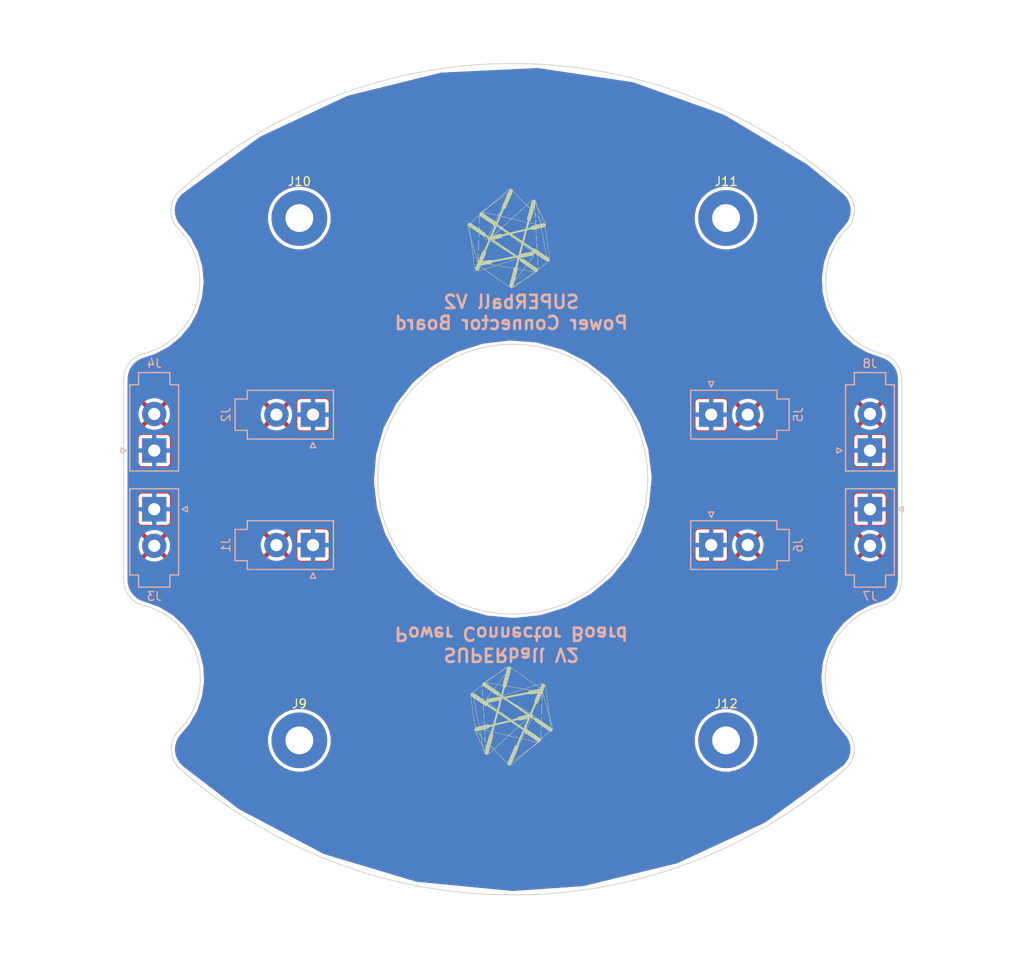
<source format=kicad_pcb>
(kicad_pcb (version 4) (host pcbnew 4.0.6)
  (layers (0 F.Cu signal) (1 In1.Cu power hide) (2 In2.Cu power hide) (31 B.Cu signal) (34 B.Paste user) (35 F.Paste user) (36 B.SilkS user) (37 F.SilkS user) (38 B.Mask user) (39 F.Mask user) (44 Edge.Cuts user))
  (net 0 "")
  (net 1 "Net-(J1-Pad1)")
  (net 2 "Net-(J1-Pad2)")
  (net 3 "Net-(J9-Pad1)")
  (net 4 "Net-(J10-Pad1)")
  (net 5 "Net-(J11-Pad1)")
  (net 6 "Net-(J12-Pad1)")
  (module logo:logo (layer F.Cu) (at 153.162 137.922 180)
    (fp_text reference logo hide)
    (fp_text value "" (at 0 0 180) (layer F.SilkS))
  )
  (module logo:logo (layer F.Cu) (at 143.256 71.628)
    (fp_text reference logo hide)
    (fp_text value "" (at 0 0) (layer F.SilkS))
  )
  (module Mounting_Holes:MountingHole_3.2mm_M3_Pad (layer F.Cu) (at 124.0011 135.0036)
    (fp_text reference J9 (at 0 -4.2) (layer F.SilkS))
    (fp_text value CONN_01X01)
    (pad 1 thru_hole circle (at 0 0) (size 6.4 6.4) (drill 3.2) (layers *.Cu *.Mask) (net 3 "Net-(J9-Pad1)"))
  )
  (module Mounting_Holes:MountingHole_3.2mm_M3_Pad (layer F.Cu) (at 124.0011 75.0036)
    (fp_text reference J10 (at 0 -4.2) (layer F.SilkS))
    (fp_text value CONN_01X01)
    (pad 1 thru_hole circle (at 0 0) (size 6.4 6.4) (drill 3.2) (layers *.Cu *.Mask) (net 4 "Net-(J10-Pad1)"))
  )
  (module Mounting_Holes:MountingHole_3.2mm_M3_Pad (layer F.Cu) (at 173.0011 75.0036)
    (fp_text reference J11 (at 0 -4.2) (layer F.SilkS))
    (fp_text value CONN_01X01)
    (pad 1 thru_hole circle (at 0 0) (size 6.4 6.4) (drill 3.2) (layers *.Cu *.Mask) (net 5 "Net-(J11-Pad1)"))
  )
  (module Mounting_Holes:MountingHole_3.2mm_M3_Pad (layer F.Cu) (at 173.0011 135.0036)
    (fp_text reference J12 (at 0 -4.2) (layer F.SilkS))
    (fp_text value CONN_01X01)
    (pad 1 thru_hole circle (at 0 0) (size 6.4 6.4) (drill 3.2) (layers *.Cu *.Mask) (net 6 "Net-(J12-Pad1)"))
  )
  (module correct_molex:Molex_MiniFit-JR-5556-02A_2x01x4.20mm_Straight (layer B.Cu) (at 125.5694 112.574576 90)
    (fp_text reference J1 (at 0 -10 90) (layer B.SilkS) (effects (justify mirror)))
    (fp_text value vert_miniFit_jr)
    (pad 1 thru_hole rect (at 0 0 90) (size 2.8 2.8) (drill 1.4) (layers *.Cu *.Mask) (net 1 "Net-(J1-Pad1)"))
    (pad 2 thru_hole circle (at 0 -4.2 90) (size 2.8 2.8) (drill 1.4) (layers *.Cu *.Mask) (net 2 "Net-(J1-Pad2)"))
  )
  (module correct_molex:Molex_MiniFit-JR-5556-02A_2x01x4.20mm_Straight (layer B.Cu) (at 125.5694 97.588576 90)
    (fp_text reference J2 (at 0 -10 90) (layer B.SilkS) (effects (justify mirror)))
    (fp_text value vert_miniFit_jr)
    (pad 1 thru_hole rect (at 0 0 90) (size 2.8 2.8) (drill 1.4) (layers *.Cu *.Mask) (net 1 "Net-(J1-Pad1)"))
    (pad 2 thru_hole circle (at 0 -4.2 90) (size 2.8 2.8) (drill 1.4) (layers *.Cu *.Mask) (net 2 "Net-(J1-Pad2)"))
  )
  (module correct_molex:Molex_MiniFit-JR-5556-02A_2x01x4.20mm_Straight (layer B.Cu) (at 107.3404 108.4548 180)
    (fp_text reference J3 (at 0 -10 180) (layer B.SilkS) (effects (justify mirror)))
    (fp_text value vert_miniFit_jr)
    (pad 1 thru_hole rect (at 0 0 180) (size 2.8 2.8) (drill 1.4) (layers *.Cu *.Mask) (net 1 "Net-(J1-Pad1)"))
    (pad 2 thru_hole circle (at 0 -4.2 180) (size 2.8 2.8) (drill 1.4) (layers *.Cu *.Mask) (net 2 "Net-(J1-Pad2)"))
  )
  (module correct_molex:Molex_MiniFit-JR-5556-02A_2x01x4.20mm_Straight (layer B.Cu) (at 107.3404 101.7104)
    (fp_text reference J4 (at 0 -10) (layer B.SilkS) (effects (justify mirror)))
    (fp_text value vert_miniFit_jr)
    (pad 1 thru_hole rect (at 0 0) (size 2.8 2.8) (drill 1.4) (layers *.Cu *.Mask) (net 1 "Net-(J1-Pad1)"))
    (pad 2 thru_hole circle (at 0 -4.2) (size 2.8 2.8) (drill 1.4) (layers *.Cu *.Mask) (net 2 "Net-(J1-Pad2)"))
  )
  (module correct_molex:Molex_MiniFit-JR-5556-02A_2x01x4.20mm_Straight (layer B.Cu) (at 171.2894 97.588576 270)
    (fp_text reference J5 (at 0 -10 270) (layer B.SilkS) (effects (justify mirror)))
    (fp_text value vert_miniFit_jr)
    (pad 1 thru_hole rect (at 0 0 270) (size 2.8 2.8) (drill 1.4) (layers *.Cu *.Mask) (net 1 "Net-(J1-Pad1)"))
    (pad 2 thru_hole circle (at 0 -4.2 270) (size 2.8 2.8) (drill 1.4) (layers *.Cu *.Mask) (net 2 "Net-(J1-Pad2)"))
  )
  (module correct_molex:Molex_MiniFit-JR-5556-02A_2x01x4.20mm_Straight (layer B.Cu) (at 171.2894 112.574576 270)
    (fp_text reference J6 (at 0 -10 270) (layer B.SilkS) (effects (justify mirror)))
    (fp_text value vert_miniFit_jr)
    (pad 1 thru_hole rect (at 0 0 270) (size 2.8 2.8) (drill 1.4) (layers *.Cu *.Mask) (net 1 "Net-(J1-Pad1)"))
    (pad 2 thru_hole circle (at 0 -4.2 270) (size 2.8 2.8) (drill 1.4) (layers *.Cu *.Mask) (net 2 "Net-(J1-Pad2)"))
  )
  (module correct_molex:Molex_MiniFit-JR-5556-02A_2x01x4.20mm_Straight (layer B.Cu) (at 189.5184 108.4548 180)
    (fp_text reference J7 (at 0 -10 180) (layer B.SilkS) (effects (justify mirror)))
    (fp_text value vert_miniFit_jr)
    (pad 1 thru_hole rect (at 0 0 180) (size 2.8 2.8) (drill 1.4) (layers *.Cu *.Mask) (net 1 "Net-(J1-Pad1)"))
    (pad 2 thru_hole circle (at 0 -4.2 180) (size 2.8 2.8) (drill 1.4) (layers *.Cu *.Mask) (net 2 "Net-(J1-Pad2)"))
  )
  (module correct_molex:Molex_MiniFit-JR-5556-02A_2x01x4.20mm_Straight (layer B.Cu) (at 189.5184 101.7104)
    (fp_text reference J8 (at 0 -10) (layer B.SilkS) (effects (justify mirror)))
    (fp_text value vert_miniFit_jr)
    (pad 1 thru_hole rect (at 0 0) (size 2.8 2.8) (drill 1.4) (layers *.Cu *.Mask) (net 1 "Net-(J1-Pad1)"))
    (pad 2 thru_hole circle (at 0 -4.2) (size 2.8 2.8) (drill 1.4) (layers *.Cu *.Mask) (net 2 "Net-(J1-Pad2)"))
  )
  (gr_text "SUPERball V2\nPower Connector Board" (at 148.336 123.952 180) (layer B.SilkS) (effects (font (size 1.5 1.5) (thickness 0.3)) (justify mirror)))
  (gr_text "SUPERball V2\nPower Connector Board" (at 148.336 85.852) (layer B.SilkS) (effects (font (size 1.5 1.5) (thickness 0.3)) (justify mirror)))
  (gr_arc (start 190.16942 93.502662) (end 193.16942 93.502662) (angle -75.7269783) (layer Edge.Cuts) (width 0.1))
  (gr_line (start 193.16942 116.600597) (end 193.16942 93.502662) (layer Edge.Cuts) (width 0.1))
  (gr_arc (start 190.16942 116.600597) (end 190.894437 119.511671) (angle -76.01473965) (layer Edge.Cuts) (width 0.1))
  (gr_arc (start 192.972819 127.856749) (end 190.894437 119.511671) (angle -120.7053262) (layer Edge.Cuts) (width 0.1))
  (gr_arc (start 184.726204 136.014773) (end 186.721143 138.255358) (angle -93.00982433) (layer Edge.Cuts) (width 0.1))
  (gr_arc (start 148.634723 95.479188) (end 148.5011 152.7536) (angle -41.81443462) (layer Edge.Cuts) (width 0.1))
  (gr_arc (start 148.367477 95.479188) (end 110.281057 138.255358) (angle -41.81443462) (layer Edge.Cuts) (width 0.1))
  (gr_arc (start 112.275996 136.014773) (end 110.14325 133.904939) (angle -93.00982433) (layer Edge.Cuts) (width 0.1))
  (gr_arc (start 104.029381 127.856749) (end 110.14325 133.904939) (angle -120.7053262) (layer Edge.Cuts) (width 0.1))
  (gr_arc (start 106.83278 116.600597) (end 103.83278 116.600597) (angle -76.01473965) (layer Edge.Cuts) (width 0.1))
  (gr_line (start 103.83278 93.502662) (end 103.83278 116.600597) (layer Edge.Cuts) (width 0.1))
  (gr_arc (start 106.83278 93.502662) (end 106.093151 90.595267) (angle -75.7269783) (layer Edge.Cuts) (width 0.1))
  (gr_arc (start 103.972884 82.260732) (end 106.093151 90.595267) (angle -120.1970136) (layer Edge.Cuts) (width 0.1))
  (gr_arc (start 112.25084 74.134513) (end 110.247125 71.901773) (angle -92.56445201) (layer Edge.Cuts) (width 0.1))
  (gr_arc (start 148.5011 114.528168) (end 186.755075 71.901773) (angle -83.81116664) (layer Edge.Cuts) (width 0.1))
  (gr_arc (start 184.75136 74.134513) (end 186.89221 76.236121) (angle -92.56445201) (layer Edge.Cuts) (width 0.1))
  (gr_arc (start 193.029316 82.260732) (end 186.89221 76.236121) (angle -120.1970136) (layer Edge.Cuts) (width 0.1))
  (gr_circle (center 148.5011 105.0036) (end 164.0011 105.0036) (layer Edge.Cuts) (width 0.1))
  (zone (net 1) (net_name "Net-(J1-Pad1)") (layer B.Cu) (connect_pads (clearance 0.4)) (min_thickness 0.254) (fill yes (arc_segments 32) (thermal_gap 0.508) (thermal_bridge_width 0.508) (smoothing fillet))
    (polygon (pts (xy 195.326 56.388) (xy 194.31 153.924) (xy 101.092 153.924) (xy 101.346 56.388)))
  )
  (zone (net 2) (net_name "Net-(J1-Pad2)") (layer F.Cu) (connect_pads (clearance 0.4)) (min_thickness 0.254) (fill yes (arc_segments 32) (thermal_gap 0.508) (thermal_bridge_width 0.508) (smoothing fillet))
    (polygon (pts (xy 195.080483 56.134) (xy 194.064483 153.67) (xy 100.846483 153.67) (xy 101.100483 56.134)))
  )
)
</source>
